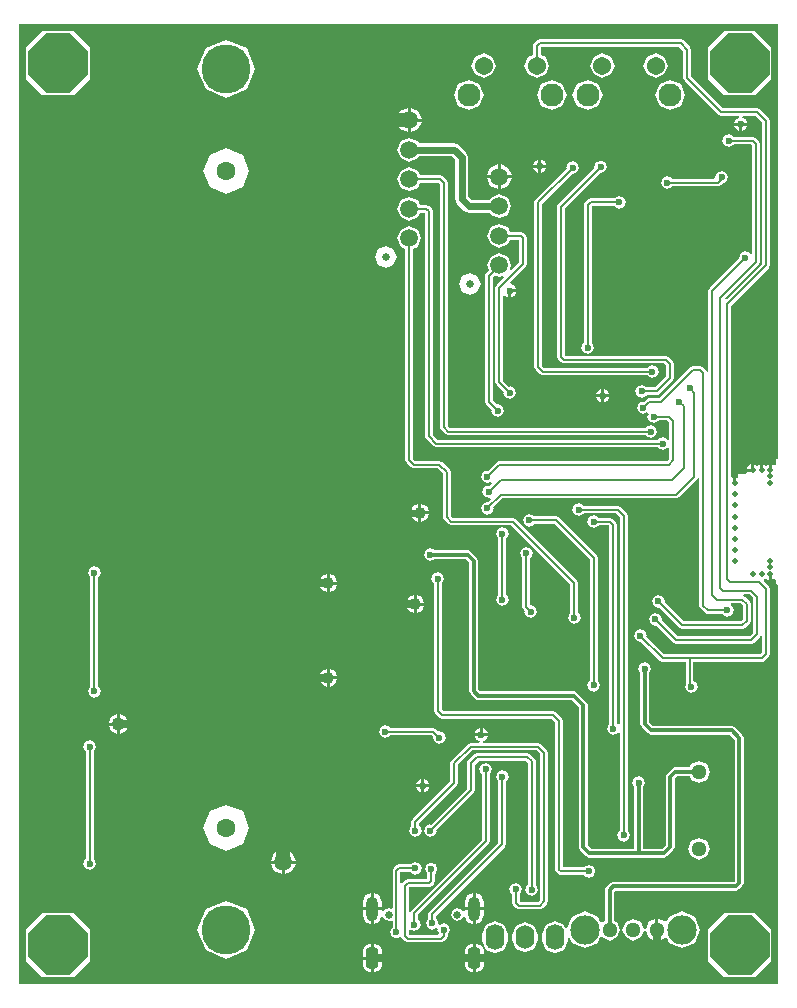
<source format=gbl>
G04*
G04 #@! TF.GenerationSoftware,Altium Limited,Altium Designer,18.0.7 (293)*
G04*
G04 Layer_Physical_Order=2*
G04 Layer_Color=16711680*
%FSTAX24Y24*%
%MOIN*%
G70*
G01*
G75*
%ADD11C,0.0079*%
%ADD110C,0.0236*%
%ADD111C,0.0118*%
%ADD112C,0.0276*%
%ADD113C,0.0472*%
%ADD116C,0.0512*%
%ADD117C,0.0630*%
%ADD118C,0.1636*%
%ADD119C,0.0256*%
%ADD120C,0.0591*%
%ADD121C,0.0606*%
%ADD122C,0.0768*%
%ADD123O,0.0394X0.0827*%
G04:AMPARAMS|DCode=124|XSize=70.9mil|YSize=39.4mil|CornerRadius=9.8mil|HoleSize=0mil|Usage=FLASHONLY|Rotation=90.000|XOffset=0mil|YOffset=0mil|HoleType=Round|Shape=RoundedRectangle|*
%AMROUNDEDRECTD124*
21,1,0.0709,0.0197,0,0,90.0*
21,1,0.0512,0.0394,0,0,90.0*
1,1,0.0197,0.0098,0.0256*
1,1,0.0197,0.0098,-0.0256*
1,1,0.0197,-0.0098,-0.0256*
1,1,0.0197,-0.0098,0.0256*
%
%ADD124ROUNDEDRECTD124*%
%ADD125O,0.0630X0.0866*%
%ADD127C,0.0978*%
%ADD128P,0.2131X8X292.5*%
%ADD129P,0.2131X8X202.5*%
%ADD130C,0.0197*%
%ADD131C,0.0276*%
%ADD132C,0.0236*%
%ADD133C,0.0394*%
%ADD134C,0.0433*%
%ADD135O,0.0630X0.0787*%
G36*
X035451Y02763D02*
X035378Y02763D01*
Y02745D01*
X035319Y027424D01*
X035231Y02746D01*
Y027266D01*
X035131D01*
Y02746D01*
X035036Y027421D01*
X034941Y02746D01*
Y027266D01*
X034841D01*
Y02746D01*
X034745Y027421D01*
X03465Y02746D01*
Y027266D01*
X0346D01*
Y027216D01*
X034406D01*
X034414Y027197D01*
X034381Y027148D01*
X034118Y027148D01*
Y027052D01*
X034069Y027019D01*
X03405Y027027D01*
Y026833D01*
X03395D01*
Y027027D01*
X033927Y027018D01*
X033878Y02705D01*
Y032747D01*
X03514Y03401D01*
X035178Y0341D01*
Y0389D01*
X03514Y03899D01*
X03484Y03929D01*
X03475Y039328D01*
X033603D01*
X032545Y040386D01*
Y041283D01*
X032507Y041373D01*
X03229Y04159D01*
X0322Y041628D01*
X0275D01*
X02741Y04159D01*
X02731Y04149D01*
X027272Y0414D01*
Y04111D01*
X027108Y041042D01*
X026987Y04075D01*
X027108Y040458D01*
X0274Y040337D01*
X027692Y040458D01*
X027813Y04075D01*
X027692Y041042D01*
X027528Y04111D01*
Y041347D01*
X027553Y041372D01*
X032147D01*
X032289Y04123D01*
Y040333D01*
X032327Y040243D01*
X03346Y03911D01*
X03355Y039072D01*
X034133D01*
X034145Y039013D01*
X034033Y038967D01*
X033985Y03885D01*
X034415D01*
X034367Y038967D01*
X034255Y039013D01*
X034267Y039072D01*
X034697D01*
X034922Y038847D01*
Y034153D01*
X033734Y032965D01*
X03367Y032985D01*
X03367Y032989D01*
X03479Y03411D01*
X034828Y0342D01*
Y03815D01*
X03479Y03824D01*
X03469Y03834D01*
X0346Y038378D01*
X03396D01*
X033951Y038401D01*
X0338Y038463D01*
X033649Y038401D01*
X033587Y03825D01*
X033649Y038099D01*
X0338Y038037D01*
X033951Y038099D01*
X03396Y038122D01*
X034547D01*
X034572Y038097D01*
Y034482D01*
X034513Y034471D01*
X034501Y034501D01*
X03435Y034563D01*
X034199Y034501D01*
X034137Y03435D01*
X034146Y034327D01*
X03316Y03334D01*
X033122Y03325D01*
Y030547D01*
X033063Y030536D01*
X03304Y03059D01*
X03294Y03069D01*
X03285Y030728D01*
X0326D01*
X03251Y03069D01*
X031497Y029678D01*
X03115D01*
X03106Y02964D01*
X030973Y029554D01*
X03095Y029563D01*
X030799Y029501D01*
X030737Y02935D01*
X030799Y029199D01*
X03095Y029137D01*
X031082Y029191D01*
X031128Y02915D01*
X031087Y02905D01*
X031149Y028899D01*
X0313Y028837D01*
X031451Y028899D01*
X03146Y028922D01*
X031747D01*
X031822Y028847D01*
Y028282D01*
X031763Y028271D01*
X031751Y028301D01*
X0316Y028363D01*
X031449Y028301D01*
X03144Y028278D01*
X024103D01*
X023928Y028453D01*
Y0359D01*
X02389Y03599D01*
X023809Y036072D01*
X023719Y036109D01*
X023502D01*
X023436Y036268D01*
X02315Y036386D01*
X022864Y036268D01*
X022745Y035982D01*
X022864Y035695D01*
X02315Y035577D01*
X023436Y035695D01*
X023502Y035854D01*
X023666D01*
X023672Y035847D01*
Y0284D01*
X02371Y02831D01*
X02396Y02806D01*
X02405Y028022D01*
X03144D01*
X031449Y027999D01*
X0316Y027937D01*
X031751Y027999D01*
X031763Y028029D01*
X031822Y028018D01*
Y027653D01*
X031747Y027578D01*
X02615D01*
X02606Y02754D01*
X025773Y027254D01*
X02575Y027263D01*
X025599Y027201D01*
X025537Y02705D01*
X025599Y026899D01*
X02575Y026837D01*
X025874Y026888D01*
X025907Y026838D01*
X025823Y026754D01*
X0258Y026763D01*
X025649Y026701D01*
X025587Y02655D01*
X025649Y026399D01*
X0258Y026337D01*
X025839Y026353D01*
X025872Y026303D01*
X025773Y026204D01*
X02575Y026213D01*
X025599Y026151D01*
X025537Y026D01*
X025599Y025849D01*
X02575Y025787D01*
X025901Y025849D01*
X025963Y026D01*
X025954Y026023D01*
X026253Y026322D01*
X03205D01*
X03214Y02636D01*
X03274Y02696D01*
X032763Y027014D01*
X032822Y027003D01*
Y02275D01*
X03286Y02266D01*
X03301Y02251D01*
X0331Y022472D01*
X03359D01*
X033599Y022449D01*
X03375Y022387D01*
X033901Y022449D01*
X033963Y0226D01*
X033901Y022751D01*
X033871Y022763D01*
X033882Y022822D01*
X034197D01*
X034272Y022747D01*
Y022303D01*
X034197Y022228D01*
X032303D01*
X031654Y022877D01*
X031663Y0229D01*
X031601Y023051D01*
X03145Y023113D01*
X031299Y023051D01*
X031237Y0229D01*
X031299Y022749D01*
X03145Y022687D01*
X031473Y022696D01*
X03216Y02201D01*
X03225Y021972D01*
X03425D01*
X03434Y02201D01*
X03449Y02216D01*
X034528Y02225D01*
Y0228D01*
X03449Y02289D01*
X03434Y02304D01*
X034286Y023063D01*
X034297Y023122D01*
X034497D01*
X034622Y022997D01*
Y021853D01*
X034497Y021728D01*
X032103D01*
X031554Y022277D01*
X031563Y0223D01*
X031501Y022451D01*
X03135Y022513D01*
X031199Y022451D01*
X031137Y0223D01*
X031199Y022149D01*
X03135Y022087D01*
X031373Y022096D01*
X03196Y02151D01*
X03205Y021472D01*
X03455D01*
X03464Y02151D01*
X03484Y02171D01*
X034863Y021764D01*
X034922Y021753D01*
Y021203D01*
X034847Y021128D01*
X031653D01*
X031054Y021727D01*
X031063Y02175D01*
X031001Y021901D01*
X03085Y021963D01*
X030699Y021901D01*
X030637Y02175D01*
X030699Y021599D01*
X03085Y021537D01*
X030873Y021546D01*
X03151Y02091D01*
X0316Y020872D01*
X032366D01*
Y020121D01*
X032337Y02005D01*
X032399Y019899D01*
X03255Y019837D01*
X032701Y019899D01*
X032763Y02005D01*
X032701Y020201D01*
X032622Y020233D01*
Y020872D01*
X0349D01*
X03499Y02091D01*
X03514Y02106D01*
X035178Y02115D01*
Y0233D01*
X03514Y02339D01*
X034966Y023565D01*
X034977Y023623D01*
X035036Y023647D01*
X035131Y023608D01*
Y023802D01*
X035231D01*
Y023608D01*
X035319Y023644D01*
X035378Y023617D01*
X035378Y023477D01*
X035409Y023477D01*
X035451Y023435D01*
Y010139D01*
X010139D01*
Y042144D01*
X035451D01*
Y02763D01*
D02*
G37*
%LPC*%
G36*
X031356Y041163D02*
X031064Y041042D01*
X030943Y04075D01*
X031064Y040458D01*
X031356Y040337D01*
X031648Y040458D01*
X031769Y04075D01*
X031648Y041042D01*
X031356Y041163D01*
D02*
G37*
G36*
X029584D02*
X029292Y041042D01*
X029171Y04075D01*
X029292Y040458D01*
X029584Y040337D01*
X029877Y040458D01*
X029998Y04075D01*
X029877Y041042D01*
X029584Y041163D01*
D02*
G37*
G36*
X025628D02*
X025336Y041042D01*
X025215Y04075D01*
X025336Y040458D01*
X025628Y040337D01*
X025921Y040458D01*
X026042Y04075D01*
X025921Y041042D01*
X025628Y041163D01*
D02*
G37*
G36*
X034689Y041913D02*
X033626D01*
X033094Y041382D01*
Y040318D01*
X033626Y039787D01*
X034689D01*
X03522Y040318D01*
Y041382D01*
X034689Y041913D01*
D02*
G37*
G36*
X011965D02*
X010902D01*
X01037Y041382D01*
Y040318D01*
X010902Y039787D01*
X011965D01*
X012496Y040318D01*
Y041382D01*
X011965Y041913D01*
D02*
G37*
G36*
X01705Y041618D02*
X016364Y041334D01*
X016079Y040647D01*
X016364Y039961D01*
X01705Y039677D01*
X017736Y039961D01*
X018021Y040647D01*
X017736Y041334D01*
X01705Y041618D01*
D02*
G37*
G36*
X03185Y04027D02*
X031496Y040124D01*
X031349Y03977D01*
X031496Y039416D01*
X03185Y039269D01*
X032204Y039416D01*
X032351Y03977D01*
X032204Y040124D01*
X03185Y04027D01*
D02*
G37*
G36*
X02909D02*
X028736Y040124D01*
X028589Y03977D01*
X028736Y039416D01*
X02909Y039269D01*
X029444Y039416D01*
X029591Y03977D01*
X029444Y040124D01*
X02909Y04027D01*
D02*
G37*
G36*
X027894D02*
X02754Y040124D01*
X027393Y03977D01*
X02754Y039416D01*
X027894Y039269D01*
X028248Y039416D01*
X028395Y03977D01*
X028248Y040124D01*
X027894Y04027D01*
D02*
G37*
G36*
X025134D02*
X02478Y040124D01*
X024634Y03977D01*
X02478Y039416D01*
X025134Y039269D01*
X025488Y039416D01*
X025635Y03977D01*
X025488Y040124D01*
X025134Y04027D01*
D02*
G37*
G36*
X0232Y039341D02*
Y038984D01*
X023557D01*
X023453Y039237D01*
X0232Y039341D01*
D02*
G37*
G36*
X0231D02*
X022847Y039237D01*
X022743Y038984D01*
X0231D01*
Y039341D01*
D02*
G37*
G36*
X034415Y03875D02*
X03425D01*
Y038585D01*
X034367Y038633D01*
X034415Y03875D01*
D02*
G37*
G36*
X03415D02*
X033985D01*
X034033Y038633D01*
X03415Y038585D01*
Y03875D01*
D02*
G37*
G36*
X023557Y038884D02*
X0232D01*
Y038527D01*
X023453Y038632D01*
X023557Y038884D01*
D02*
G37*
G36*
X0231D02*
X022743D01*
X022847Y038632D01*
X0231Y038527D01*
Y038884D01*
D02*
G37*
G36*
X02755Y037615D02*
Y03745D01*
X027715D01*
X027667Y037567D01*
X02755Y037615D01*
D02*
G37*
G36*
X02745D02*
X027333Y037567D01*
X027285Y03745D01*
X02745D01*
Y037615D01*
D02*
G37*
G36*
X027715Y03735D02*
X02755D01*
Y037185D01*
X027667Y037233D01*
X027715Y03735D01*
D02*
G37*
G36*
X02745D02*
X027285D01*
X027333Y037233D01*
X02745Y037185D01*
Y03735D01*
D02*
G37*
G36*
X029525Y037588D02*
X029375Y037526D01*
X029312Y037375D01*
X029322Y037352D01*
X02811Y03614D01*
X028072Y03605D01*
Y03105D01*
X02811Y03096D01*
X02821Y03086D01*
X0283Y030822D01*
X031647D01*
X031722Y030747D01*
Y030403D01*
X031347Y030028D01*
X03106D01*
X031051Y030051D01*
X0309Y030113D01*
X030749Y030051D01*
X030687Y0299D01*
X030749Y029749D01*
X0309Y029687D01*
X031051Y029749D01*
X03106Y029772D01*
X0314D01*
X03149Y02981D01*
X03194Y03026D01*
X031978Y03035D01*
Y0308D01*
X03194Y03089D01*
X03179Y03104D01*
X0317Y031078D01*
X028353D01*
X028328Y031103D01*
Y035997D01*
X029502Y037172D01*
X029525Y037162D01*
X029676Y037225D01*
X029738Y037375D01*
X029676Y037526D01*
X029525Y037588D01*
D02*
G37*
G36*
X0286Y037563D02*
X028449Y037501D01*
X028387Y03735D01*
X028396Y037327D01*
X02736Y03629D01*
X027322Y0362D01*
Y0307D01*
X02736Y03061D01*
X02751Y03046D01*
X0276Y030422D01*
X03109D01*
X031099Y030399D01*
X03125Y030337D01*
X031401Y030399D01*
X031463Y03055D01*
X031401Y030701D01*
X03125Y030763D01*
X031099Y030701D01*
X03109Y030678D01*
X027653D01*
X027578Y030753D01*
Y036147D01*
X028577Y037146D01*
X0286Y037137D01*
X028751Y037199D01*
X028813Y03735D01*
X028751Y037501D01*
X0286Y037563D01*
D02*
G37*
G36*
X0262Y037457D02*
Y0371D01*
X026557D01*
X026453Y037353D01*
X0262Y037457D01*
D02*
G37*
G36*
X0261D02*
X025847Y037353D01*
X025743Y0371D01*
X0261D01*
Y037457D01*
D02*
G37*
G36*
X033565Y037248D02*
X033414Y037186D01*
X033352Y037035D01*
X033355Y037027D01*
X033322Y036978D01*
X03191D01*
X031901Y037001D01*
X03175Y037063D01*
X031599Y037001D01*
X031537Y03685D01*
X031599Y036699D01*
X03175Y036637D01*
X031901Y036699D01*
X03191Y036722D01*
X03345D01*
X03354Y03676D01*
X03363Y036849D01*
X033716Y036884D01*
X033778Y037035D01*
X033716Y037186D01*
X033565Y037248D01*
D02*
G37*
G36*
X026557Y037D02*
X0262D01*
Y036643D01*
X026453Y036747D01*
X026557Y037D01*
D02*
G37*
G36*
X0261D02*
X025743D01*
X025847Y036747D01*
X0261Y036643D01*
Y037D01*
D02*
G37*
G36*
X01705Y038011D02*
X016508Y037786D01*
X016283Y037244D01*
X016508Y036701D01*
X01705Y036477D01*
X017592Y036701D01*
X017817Y037244D01*
X017592Y037786D01*
X01705Y038011D01*
D02*
G37*
G36*
X03015Y036413D02*
X029999Y036351D01*
X02999Y036328D01*
X0292D01*
X02911Y03629D01*
X02901Y03619D01*
X028972Y0361D01*
Y03151D01*
X028949Y031501D01*
X028887Y03135D01*
X028949Y031199D01*
X0291Y031137D01*
X029251Y031199D01*
X029313Y03135D01*
X029251Y031501D01*
X029228Y03151D01*
Y036047D01*
X029253Y036072D01*
X02999D01*
X029999Y036049D01*
X03015Y035987D01*
X030301Y036049D01*
X030363Y0362D01*
X030301Y036351D01*
X03015Y036413D01*
D02*
G37*
G36*
X02315Y038355D02*
X022864Y038236D01*
X022745Y03795D01*
X022864Y037664D01*
X02315Y037545D01*
X023436Y037664D01*
X023467Y037737D01*
X024562D01*
X024687Y037612D01*
Y0363D01*
X024687Y0363D01*
X024749Y036149D01*
X024984Y035915D01*
X024984Y035915D01*
X025134Y035853D01*
X025134Y035853D01*
X025833D01*
X025864Y035779D01*
X02615Y035661D01*
X026436Y035779D01*
X026555Y036066D01*
X026436Y036352D01*
X02615Y036471D01*
X025864Y036352D01*
X025833Y036279D01*
X025223D01*
X025113Y036388D01*
Y0377D01*
X025051Y037851D01*
X025051Y037851D01*
X024801Y038101D01*
X02465Y038163D01*
X02465Y038163D01*
X023467D01*
X023436Y038236D01*
X02315Y038355D01*
D02*
G37*
G36*
X022363Y03473D02*
X022106Y034623D01*
X022Y034367D01*
X022106Y034111D01*
X022363Y034005D01*
X022619Y034111D01*
X022725Y034367D01*
X022619Y034623D01*
X022363Y03473D01*
D02*
G37*
G36*
X02615Y035486D02*
X025864Y035368D01*
X025745Y035082D01*
X025864Y034795D01*
X02615Y034677D01*
X026436Y034795D01*
X026502Y034954D01*
X026816D01*
X026822Y034947D01*
Y034203D01*
X026548Y033928D01*
X026498Y033961D01*
X026555Y034097D01*
X026436Y034383D01*
X02615Y034502D01*
X025864Y034383D01*
X025745Y034097D01*
X025811Y033939D01*
X02571Y033838D01*
X025672Y033747D01*
Y02955D01*
X02571Y02946D01*
X025896Y029273D01*
X025887Y02925D01*
X025949Y029099D01*
X0261Y029037D01*
X026251Y029099D01*
X026313Y02925D01*
X026251Y029401D01*
X0261Y029463D01*
X026077Y029454D01*
X025928Y029603D01*
Y033694D01*
X025992Y033758D01*
X02615Y033692D01*
X026286Y033749D01*
X026319Y0337D01*
X02606Y03344D01*
X026022Y03335D01*
Y0302D01*
X02606Y03011D01*
X026296Y029873D01*
X026287Y02985D01*
X026349Y029699D01*
X0265Y029637D01*
X026651Y029699D01*
X026713Y02985D01*
X026651Y030001D01*
X0265Y030063D01*
X026477Y030054D01*
X026278Y030253D01*
Y033072D01*
X026333Y033083D01*
X02645Y033035D01*
Y03325D01*
X0265D01*
Y0333D01*
X026715D01*
X026667Y033417D01*
X026536Y033471D01*
X026521Y033541D01*
X02704Y03406D01*
X027078Y03415D01*
Y035D01*
X02704Y03509D01*
X026959Y035172D01*
X026869Y035209D01*
X026502D01*
X026436Y035368D01*
X02615Y035486D01*
D02*
G37*
G36*
X025166Y03383D02*
X02491Y033723D01*
X024804Y033467D01*
X02491Y033211D01*
X025166Y033105D01*
X025422Y033211D01*
X025528Y033467D01*
X025422Y033723D01*
X025166Y03383D01*
D02*
G37*
G36*
X026715Y0332D02*
X02655D01*
Y033035D01*
X026667Y033083D01*
X026715Y0332D01*
D02*
G37*
G36*
X02965Y029965D02*
Y0298D01*
X029815D01*
X029767Y029917D01*
X02965Y029965D01*
D02*
G37*
G36*
X02955D02*
X029433Y029917D01*
X029385Y0298D01*
X02955D01*
Y029965D01*
D02*
G37*
G36*
X029815Y0297D02*
X02965D01*
Y029535D01*
X029767Y029583D01*
X029815Y0297D01*
D02*
G37*
G36*
X02955D02*
X029385D01*
X029433Y029583D01*
X02955Y029535D01*
Y0297D01*
D02*
G37*
G36*
X02315Y037371D02*
X022864Y037252D01*
X022745Y036966D01*
X022864Y036679D01*
X02315Y036561D01*
X023436Y036679D01*
X023502Y036838D01*
X024131D01*
X024172Y036797D01*
Y0287D01*
X02421Y02861D01*
X02436Y02846D01*
X02445Y028422D01*
X03104D01*
X031049Y028399D01*
X0312Y028337D01*
X031351Y028399D01*
X031413Y02855D01*
X031351Y028701D01*
X0312Y028763D01*
X031049Y028701D01*
X03104Y028678D01*
X024503D01*
X024428Y028753D01*
Y03685D01*
X02439Y03694D01*
X024275Y037056D01*
X024184Y037094D01*
X023502D01*
X023436Y037252D01*
X02315Y037371D01*
D02*
G37*
G36*
X03455Y02746D02*
X034448Y027418D01*
X034406Y027316D01*
X03455D01*
Y02746D01*
D02*
G37*
G36*
X02355Y026151D02*
Y0259D01*
X023801D01*
X023727Y026077D01*
X02355Y026151D01*
D02*
G37*
G36*
X02345D02*
X023273Y026077D01*
X023199Y0259D01*
X02345D01*
Y026151D01*
D02*
G37*
G36*
X023801Y0258D02*
X02355D01*
Y025549D01*
X023727Y025623D01*
X023801Y0258D01*
D02*
G37*
G36*
X02345D02*
X023199D01*
X023273Y025623D01*
X02345Y025549D01*
Y0258D01*
D02*
G37*
G36*
X0205Y023801D02*
Y02355D01*
X020751D01*
X020677Y023727D01*
X0205Y023801D01*
D02*
G37*
G36*
X0204D02*
X020223Y023727D01*
X020149Y02355D01*
X0204D01*
Y023801D01*
D02*
G37*
G36*
X020751Y02345D02*
X0205D01*
Y023199D01*
X020677Y023273D01*
X020751Y02345D01*
D02*
G37*
G36*
X0204D02*
X020149D01*
X020223Y023273D01*
X0204Y023199D01*
Y02345D01*
D02*
G37*
G36*
X0234Y023101D02*
Y02285D01*
X023651D01*
X023577Y023027D01*
X0234Y023101D01*
D02*
G37*
G36*
X0233D02*
X023123Y023027D01*
X023049Y02285D01*
X0233D01*
Y023101D01*
D02*
G37*
G36*
X02625Y025363D02*
X026099Y025301D01*
X026037Y02515D01*
X026099Y024999D01*
X026122Y02499D01*
Y02311D01*
X026099Y023101D01*
X026037Y02295D01*
X026099Y022799D01*
X02625Y022737D01*
X026401Y022799D01*
X026463Y02295D01*
X026401Y023101D01*
X026378Y02311D01*
Y02499D01*
X026401Y024999D01*
X026463Y02515D01*
X026401Y025301D01*
X02625Y025363D01*
D02*
G37*
G36*
X023651Y02275D02*
X0234D01*
Y022499D01*
X023577Y022573D01*
X023651Y02275D01*
D02*
G37*
G36*
X0233D02*
X023049D01*
X023123Y022573D01*
X0233Y022499D01*
Y02275D01*
D02*
G37*
G36*
X02705Y024713D02*
X026899Y024651D01*
X026837Y0245D01*
X026899Y024349D01*
X026922Y02434D01*
Y0227D01*
X02696Y02261D01*
X026996Y022573D01*
X026987Y02255D01*
X027049Y022399D01*
X0272Y022337D01*
X027351Y022399D01*
X027413Y02255D01*
X027351Y022701D01*
X0272Y022763D01*
X027178Y022778D01*
Y02434D01*
X027201Y024349D01*
X027263Y0245D01*
X027201Y024651D01*
X02705Y024713D01*
D02*
G37*
G36*
X02315Y035402D02*
X022864Y035284D01*
X022745Y034997D01*
X022864Y034711D01*
X023022Y034645D01*
Y0276D01*
X02306Y02751D01*
X02321Y02736D01*
X0233Y027322D01*
X024097D01*
X024272Y027147D01*
Y0257D01*
X02431Y02561D01*
X02446Y02546D01*
X02455Y025422D01*
X026547D01*
X028522Y023447D01*
Y02251D01*
X028499Y022501D01*
X028437Y02235D01*
X028499Y022199D01*
X02865Y022137D01*
X028801Y022199D01*
X028863Y02235D01*
X028801Y022501D01*
X028778Y02251D01*
Y0235D01*
X02874Y02359D01*
X02669Y02564D01*
X0266Y025678D01*
X024603D01*
X024528Y025753D01*
Y0272D01*
X02449Y02729D01*
X02424Y02754D01*
X02415Y027578D01*
X023353D01*
X023278Y027653D01*
Y034645D01*
X023436Y034711D01*
X023555Y034997D01*
X023436Y035284D01*
X02315Y035402D01*
D02*
G37*
G36*
X0205Y020651D02*
Y0204D01*
X020751D01*
X020677Y020577D01*
X0205Y020651D01*
D02*
G37*
G36*
X0204D02*
X020223Y020577D01*
X020149Y0204D01*
X0204D01*
Y020651D01*
D02*
G37*
G36*
X020751Y0203D02*
X0205D01*
Y020049D01*
X020677Y020123D01*
X020751Y0203D01*
D02*
G37*
G36*
X0204D02*
X020149D01*
X020223Y020123D01*
X0204Y020049D01*
Y0203D01*
D02*
G37*
G36*
X02715Y025813D02*
X026999Y025751D01*
X026937Y0256D01*
X026999Y025449D01*
X02715Y025387D01*
X027301Y025449D01*
X02731Y025472D01*
X027997D01*
X029172Y024297D01*
Y02026D01*
X029149Y020251D01*
X029087Y0201D01*
X029149Y019949D01*
X0293Y019887D01*
X029451Y019949D01*
X029513Y0201D01*
X029451Y020251D01*
X029428Y02026D01*
Y02435D01*
X02939Y02444D01*
X02814Y02569D01*
X02805Y025728D01*
X02731D01*
X027301Y025751D01*
X02715Y025813D01*
D02*
G37*
G36*
X01265Y024063D02*
X012499Y024001D01*
X012437Y02385D01*
X012499Y023699D01*
X012522Y02369D01*
Y02006D01*
X012499Y020051D01*
X012437Y0199D01*
X012499Y019749D01*
X01265Y019687D01*
X012801Y019749D01*
X012863Y0199D01*
X012801Y020051D01*
X012778Y02006D01*
Y02369D01*
X012801Y023699D01*
X012863Y02385D01*
X012801Y024001D01*
X01265Y024063D01*
D02*
G37*
G36*
X0135Y019122D02*
Y01885D01*
X013772D01*
X013692Y019042D01*
X0135Y019122D01*
D02*
G37*
G36*
X0134D02*
X013208Y019042D01*
X013128Y01885D01*
X0134D01*
Y019122D01*
D02*
G37*
G36*
X0288Y026163D02*
X028649Y026101D01*
X028587Y02595D01*
X028649Y025799D01*
X0288Y025737D01*
X028951Y025799D01*
X02896Y025822D01*
X030047D01*
X030172Y025697D01*
Y018792D01*
X030115Y018778D01*
X030107Y018786D01*
X030101Y018801D01*
X030083Y018808D01*
X030078Y018813D01*
Y02545D01*
X03004Y02554D01*
X02994Y02564D01*
X02985Y025678D01*
X02946D01*
X029451Y025701D01*
X0293Y025763D01*
X029149Y025701D01*
X029087Y02555D01*
X029149Y025399D01*
X0293Y025337D01*
X029451Y025399D01*
X02946Y025422D01*
X029797D01*
X029822Y025397D01*
Y01881D01*
X029799Y018801D01*
X029737Y01865D01*
X029799Y018499D01*
X02995Y018437D01*
X030101Y018499D01*
X030113Y018529D01*
X030172Y018518D01*
Y01526D01*
X030149Y015251D01*
X030087Y0151D01*
X030149Y014949D01*
X0303Y014887D01*
X030451Y014949D01*
X030513Y0151D01*
X030451Y015251D01*
X030428Y01526D01*
Y02575D01*
X03039Y02584D01*
X03019Y02604D01*
X0301Y026078D01*
X02896D01*
X028951Y026101D01*
X0288Y026163D01*
D02*
G37*
G36*
X0256Y018665D02*
Y0185D01*
X025765D01*
X025717Y018617D01*
X0256Y018665D01*
D02*
G37*
G36*
X0255D02*
X025383Y018617D01*
X025335Y0185D01*
X0255D01*
Y018665D01*
D02*
G37*
G36*
X013772Y01875D02*
X0135D01*
Y018478D01*
X013692Y018558D01*
X013772Y01875D01*
D02*
G37*
G36*
X0134D02*
X013128D01*
X013208Y018558D01*
X0134Y018478D01*
Y01875D01*
D02*
G37*
G36*
X02235Y018763D02*
X022199Y018701D01*
X022137Y01855D01*
X022199Y018399D01*
X02235Y018337D01*
X022501Y018399D01*
X02251Y018422D01*
X023897D01*
X023946Y018373D01*
X023937Y01835D01*
X023999Y018199D01*
X02415Y018137D01*
X024301Y018199D01*
X024363Y01835D01*
X024301Y018501D01*
X02415Y018563D01*
X024127Y018554D01*
X02404Y01864D01*
X02395Y018678D01*
X02251D01*
X022501Y018701D01*
X02235Y018763D01*
D02*
G37*
G36*
X02385Y024663D02*
X023699Y024601D01*
X023637Y02445D01*
X023699Y024299D01*
X02385Y024237D01*
X024001Y024299D01*
X024001Y024301D01*
X025038D01*
X025151Y024188D01*
Y0199D01*
X025151Y0199D01*
X025195Y019795D01*
X025345Y019645D01*
X02545Y019601D01*
X02545Y019601D01*
X028588D01*
X028801Y019388D01*
Y0147D01*
X028801Y0147D01*
X028845Y014595D01*
X029045Y014395D01*
X029045Y014395D01*
X02915Y014351D01*
X02915Y014351D01*
X03165D01*
X03165Y014351D01*
X031755Y014395D01*
X031955Y014595D01*
X031955Y014595D01*
X031999Y0147D01*
X031999Y0147D01*
Y016988D01*
X032071Y01706D01*
X0325D01*
X032544Y016953D01*
X0328Y016847D01*
X033056Y016953D01*
X033162Y017209D01*
X033056Y017465D01*
X0328Y017571D01*
X032544Y017465D01*
X0325Y017358D01*
X032009D01*
X032009Y017358D01*
X031904Y017315D01*
X031904Y017315D01*
X031745Y017155D01*
X031701Y01705D01*
X031701Y01705D01*
Y014762D01*
X031588Y014649D01*
X030949D01*
Y016699D01*
X030951Y016699D01*
X031013Y01685D01*
X030951Y017001D01*
X0308Y017063D01*
X030649Y017001D01*
X030587Y01685D01*
X030649Y016699D01*
X030651Y016699D01*
Y014649D01*
X029212D01*
X029099Y014762D01*
Y01945D01*
X029099Y01945D01*
X029055Y019555D01*
X028755Y019855D01*
X02865Y019899D01*
X02865Y019899D01*
X025512D01*
X025449Y019962D01*
Y02425D01*
X025449Y02425D01*
X025405Y024355D01*
X025405Y024355D01*
X025205Y024555D01*
X0251Y024599D01*
X0251Y024599D01*
X024001D01*
X024001Y024601D01*
X02385Y024663D01*
D02*
G37*
G36*
X02365Y016965D02*
Y0168D01*
X023815D01*
X023767Y016917D01*
X02365Y016965D01*
D02*
G37*
G36*
X02355D02*
X023433Y016917D01*
X023385Y0168D01*
X02355D01*
Y016965D01*
D02*
G37*
G36*
X023815Y0167D02*
X02365D01*
Y016535D01*
X023767Y016583D01*
X023815Y0167D01*
D02*
G37*
G36*
X02355D02*
X023385D01*
X023433Y016583D01*
X02355Y016535D01*
Y0167D01*
D02*
G37*
G36*
X01705Y016117D02*
X016508Y015892D01*
X016283Y01535D01*
X016508Y014808D01*
X01705Y014583D01*
X017592Y014808D01*
X017817Y01535D01*
X017592Y015892D01*
X01705Y016117D01*
D02*
G37*
G36*
X0328Y015012D02*
X032544Y014906D01*
X032438Y01465D01*
X032544Y014394D01*
X0328Y014288D01*
X033056Y014394D01*
X033162Y01465D01*
X033056Y014906D01*
X0328Y015012D01*
D02*
G37*
G36*
X019Y014607D02*
Y01425D01*
X019357D01*
X019253Y014503D01*
X019Y014607D01*
D02*
G37*
G36*
X0189D02*
X018647Y014503D01*
X018543Y01425D01*
X0189D01*
Y014607D01*
D02*
G37*
G36*
X0125Y018263D02*
X012349Y018201D01*
X012287Y01805D01*
X012349Y017899D01*
X012372Y01789D01*
Y01431D01*
X012349Y014301D01*
X012287Y01415D01*
X012349Y013999D01*
X0125Y013937D01*
X012651Y013999D01*
X012713Y01415D01*
X012651Y014301D01*
X012628Y01431D01*
Y01789D01*
X012651Y017899D01*
X012713Y01805D01*
X012651Y018201D01*
X0125Y018263D01*
D02*
G37*
G36*
X019357Y01415D02*
X019D01*
Y013793D01*
X019253Y013897D01*
X019357Y01415D01*
D02*
G37*
G36*
X0189D02*
X018543D01*
X018647Y013897D01*
X0189Y013793D01*
Y01415D01*
D02*
G37*
G36*
X0241Y023863D02*
X023949Y023801D01*
X023887Y02365D01*
X023949Y023499D01*
X023972Y02349D01*
Y01925D01*
X02401Y01916D01*
X02416Y01901D01*
X02425Y018972D01*
X027897D01*
X028022Y018847D01*
Y01395D01*
X02806Y01386D01*
X02811Y01381D01*
X0282Y013772D01*
X02898D01*
X028989Y013749D01*
X02914Y013687D01*
X029291Y013749D01*
X029353Y0139D01*
X029291Y014051D01*
X02914Y014113D01*
X028989Y014051D01*
X02898Y014028D01*
X028278D01*
Y0189D01*
X02824Y01899D01*
X02804Y01919D01*
X02795Y019228D01*
X024303D01*
X024228Y019303D01*
Y02349D01*
X024251Y023499D01*
X024313Y02365D01*
X024251Y023801D01*
X0241Y023863D01*
D02*
G37*
G36*
X031Y020863D02*
X030849Y020801D01*
X030787Y02065D01*
X030849Y020499D01*
X030851Y020499D01*
Y0188D01*
X030851Y0188D01*
X030895Y018695D01*
X031095Y018495D01*
X031095Y018495D01*
X0312Y018451D01*
X0312Y018451D01*
X033838D01*
X034001Y018288D01*
Y013562D01*
X033988Y013549D01*
X02995D01*
X02995Y013549D01*
X029845Y013505D01*
X029845Y013505D01*
X02972Y013381D01*
X029676Y013275D01*
X029676Y013275D01*
Y01225D01*
X02957Y012207D01*
X029557Y012202D01*
X029508D01*
X029433Y012384D01*
X028998Y012564D01*
X028564Y012384D01*
X02841Y012012D01*
X028346D01*
X028301Y012119D01*
X028Y012244D01*
X027699Y012119D01*
X027574Y011818D01*
Y011582D01*
X027699Y011281D01*
X028Y011156D01*
X028301Y011281D01*
X028426Y011582D01*
Y011694D01*
X028485Y011706D01*
X028564Y011516D01*
X028998Y011336D01*
X029433Y011516D01*
X029508Y011698D01*
X029557D01*
X02957Y011693D01*
X029825Y011588D01*
X030081Y011694D01*
X030187Y01195D01*
X030081Y012206D01*
X029974Y01225D01*
Y013213D01*
X030012Y013251D01*
X03405D01*
X03405Y013251D01*
X034155Y013295D01*
X034255Y013395D01*
X034255Y013395D01*
X034299Y0135D01*
Y01835D01*
X034255Y018455D01*
X034255Y018455D01*
X034005Y018705D01*
X0339Y018749D01*
X0339Y018749D01*
X031262D01*
X031149Y018862D01*
Y020499D01*
X031151Y020499D01*
X031213Y02065D01*
X031151Y020801D01*
X031Y020863D01*
D02*
G37*
G36*
X027085Y017843D02*
X025415D01*
X025324Y017805D01*
X02511Y01759D01*
X025072Y0175D01*
Y016653D01*
X023873Y015454D01*
X02385Y015463D01*
X023699Y015401D01*
X023637Y01525D01*
X023699Y015099D01*
X02385Y015037D01*
X024001Y015099D01*
X024063Y01525D01*
X024054Y015273D01*
X02529Y01651D01*
X025328Y0166D01*
Y017447D01*
X025468Y017587D01*
X027032D01*
X027107Y017512D01*
Y013445D01*
X027084Y013436D01*
X027022Y013285D01*
X027084Y013134D01*
X027235Y013072D01*
X027386Y013134D01*
X027448Y013285D01*
X027386Y013436D01*
X027363Y013445D01*
Y017565D01*
X027326Y017655D01*
X027176Y017805D01*
X027085Y017843D01*
D02*
G37*
G36*
X025765Y0184D02*
X025335D01*
X025383Y018283D01*
X025495Y018237D01*
X025483Y018178D01*
X0252D01*
X02511Y01814D01*
X02456Y01759D01*
X024522Y0175D01*
Y016903D01*
X02326Y01564D01*
X023222Y01555D01*
Y01541D01*
X023199Y015401D01*
X023137Y01525D01*
X023199Y015099D01*
X02335Y015037D01*
X023501Y015099D01*
X023563Y01525D01*
X023501Y015401D01*
X023478Y01541D01*
Y015497D01*
X02474Y01676D01*
X024778Y01685D01*
Y017447D01*
X025253Y017922D01*
X027397D01*
X027522Y017797D01*
Y012953D01*
X027447Y012878D01*
X026853D01*
X026828Y012903D01*
Y01314D01*
X026851Y013149D01*
X026913Y0133D01*
X026851Y013451D01*
X0267Y013513D01*
X026549Y013451D01*
X026487Y0133D01*
X026549Y013149D01*
X026572Y01314D01*
Y01285D01*
X02661Y01276D01*
X02671Y01266D01*
X0268Y012622D01*
X0275D01*
X02759Y01266D01*
X02774Y01281D01*
X027778Y0129D01*
Y01785D01*
X02774Y01794D01*
X02754Y01814D01*
X02745Y018178D01*
X025617D01*
X025605Y018237D01*
X025717Y018283D01*
X025765Y0184D01*
D02*
G37*
G36*
X025363Y013164D02*
Y012697D01*
X025634D01*
Y012863D01*
X02554Y013091D01*
X025363Y013164D01*
D02*
G37*
G36*
X021961D02*
Y012697D01*
X022233D01*
Y012863D01*
X022139Y013091D01*
X021961Y013164D01*
D02*
G37*
G36*
X025263D02*
X025086Y013091D01*
X024992Y012863D01*
Y012697D01*
X025263D01*
Y013164D01*
D02*
G37*
G36*
X021861D02*
X021684Y013091D01*
X02159Y012863D01*
Y012697D01*
X021861D01*
Y013164D01*
D02*
G37*
G36*
X0257Y017513D02*
X025549Y017451D01*
X025487Y0173D01*
X025549Y017149D01*
X025572Y01714D01*
Y014953D01*
X023227Y012607D01*
X023189Y012517D01*
Y012341D01*
X023187Y01234D01*
X023128Y012373D01*
Y013347D01*
X023153Y013372D01*
X0238D01*
X02389Y01341D01*
X023965Y013485D01*
X024003Y013575D01*
Y013815D01*
X024026Y013824D01*
X024088Y013975D01*
X024026Y014126D01*
X023875Y014188D01*
X023724Y014126D01*
X023662Y013975D01*
X023724Y013824D01*
X023747Y013815D01*
Y013628D01*
X023747Y013628D01*
X0231D01*
X02301Y01359D01*
X02291Y01349D01*
X022907Y013485D01*
X022848Y013497D01*
Y013868D01*
X022853Y013872D01*
X02319D01*
X023199Y013849D01*
X02335Y013787D01*
X023501Y013849D01*
X023563Y014D01*
X023501Y014151D01*
X02335Y014213D01*
X023199Y014151D01*
X02319Y014128D01*
X0228D01*
X02271Y01409D01*
X02263Y014011D01*
X022593Y01392D01*
Y012678D01*
X022544Y012645D01*
X022474Y012674D01*
X022316Y012608D01*
X022292Y012549D01*
X022233Y012561D01*
Y012597D01*
X021961D01*
Y01213D01*
X022139Y012203D01*
X022214Y012385D01*
X022278D01*
X022316Y012292D01*
X022474Y012226D01*
X022544Y012255D01*
X022593Y012222D01*
Y012031D01*
X02257Y012021D01*
X022507Y01187D01*
X02257Y01172D01*
X02272Y011657D01*
X022871Y01172D01*
X022885D01*
X02291Y01166D01*
X02301Y01156D01*
X0231Y011522D01*
X0242D01*
X02429Y01156D01*
X02439Y01166D01*
X024428Y01175D01*
Y01179D01*
X024451Y011799D01*
X024513Y01195D01*
X024451Y012101D01*
X0243Y012163D01*
X024163Y012106D01*
X024115Y012143D01*
X024121Y012157D01*
X024058Y012308D01*
X024035Y012318D01*
Y012405D01*
X02634Y01471D01*
X026378Y0148D01*
Y01689D01*
X026401Y016899D01*
X026463Y01705D01*
X026401Y017201D01*
X02625Y017263D01*
X026099Y017201D01*
X026037Y01705D01*
X026099Y016899D01*
X026122Y01689D01*
Y014853D01*
X023817Y012548D01*
X02378Y012457D01*
Y012318D01*
X023757Y012308D01*
X023694Y012157D01*
X023757Y012007D01*
X023907Y011944D01*
X024044Y012001D01*
X024093Y011964D01*
X024087Y01195D01*
X024134Y011837D01*
X024094Y011778D01*
X023153D01*
X023128Y011803D01*
Y011928D01*
X023187Y011958D01*
X023317Y011904D01*
X023468Y011966D01*
X02353Y012117D01*
X023468Y012268D01*
X023445Y012277D01*
Y012464D01*
X02579Y01481D01*
X025828Y0149D01*
Y01714D01*
X025851Y017149D01*
X025913Y0173D01*
X025851Y017451D01*
X0257Y017513D01*
D02*
G37*
G36*
X032227Y012564D02*
X031792Y012384D01*
X031725Y012222D01*
X031672Y012222D01*
X03145Y012315D01*
Y01195D01*
Y011585D01*
X031672Y011678D01*
X031725D01*
X031792Y011516D01*
X032227Y011336D01*
X032661Y011516D01*
X032841Y01195D01*
X032661Y012384D01*
X032227Y012564D01*
D02*
G37*
G36*
X025634Y012597D02*
X025363D01*
Y01213D01*
X02554Y012203D01*
X025634Y01243D01*
Y012597D01*
D02*
G37*
G36*
X02475Y012674D02*
X024592Y012608D01*
X024526Y01245D01*
X024592Y012292D01*
X02475Y012226D01*
X024908Y012292D01*
X024947Y012385D01*
X025011D01*
X025086Y012203D01*
X025263Y01213D01*
Y012597D01*
X024992D01*
Y012561D01*
X024933Y012549D01*
X024908Y012608D01*
X02475Y012674D01*
D02*
G37*
G36*
X021861Y012597D02*
X02159D01*
Y01243D01*
X021684Y012203D01*
X021861Y01213D01*
Y012597D01*
D02*
G37*
G36*
X03135Y012315D02*
X031128Y012222D01*
X031027Y011979D01*
X030963D01*
X030869Y012206D01*
X030613Y012312D01*
X030356Y012206D01*
X03025Y01195D01*
X030356Y011694D01*
X030613Y011588D01*
X030869Y011694D01*
X030963Y011921D01*
X031027D01*
X031128Y011678D01*
X03135Y011585D01*
Y01195D01*
Y012315D01*
D02*
G37*
G36*
X027Y012205D02*
X026699Y01208D01*
X026574Y011779D01*
Y011621D01*
X026699Y01132D01*
X027Y011195D01*
X027301Y01132D01*
X027426Y011621D01*
Y011779D01*
X027301Y01208D01*
X027Y012205D01*
D02*
G37*
G36*
X026Y012244D02*
X025699Y012119D01*
X025574Y011818D01*
Y011582D01*
X025699Y011281D01*
X026Y011156D01*
X026301Y011281D01*
X026426Y011582D01*
Y011818D01*
X026301Y012119D01*
X026Y012244D01*
D02*
G37*
G36*
X025411Y011472D02*
X025363D01*
Y011051D01*
X025626D01*
Y011257D01*
X025563Y011409D01*
X025411Y011472D01*
D02*
G37*
G36*
X02201D02*
X021961D01*
Y011051D01*
X022225D01*
Y011257D01*
X022162Y011409D01*
X02201Y011472D01*
D02*
G37*
G36*
X025263D02*
X025215D01*
X025063Y011409D01*
X025Y011257D01*
Y011051D01*
X025263D01*
Y011472D01*
D02*
G37*
G36*
X021861D02*
X021813D01*
X021661Y011409D01*
X021598Y011257D01*
Y011051D01*
X021861D01*
Y011472D01*
D02*
G37*
G36*
X01705Y012917D02*
X016364Y012633D01*
X016079Y011946D01*
X016364Y01126D01*
X01705Y010976D01*
X017736Y01126D01*
X018021Y011946D01*
X017736Y012633D01*
X01705Y012917D01*
D02*
G37*
G36*
X025626Y010951D02*
X025363D01*
Y010531D01*
X025411D01*
X025563Y010593D01*
X025626Y010745D01*
Y010951D01*
D02*
G37*
G36*
X025263D02*
X025D01*
Y010745D01*
X025063Y010593D01*
X025215Y010531D01*
X025263D01*
Y010951D01*
D02*
G37*
G36*
X022225D02*
X021961D01*
Y010531D01*
X02201D01*
X022162Y010593D01*
X022225Y010745D01*
Y010951D01*
D02*
G37*
G36*
X021861D02*
X021598D01*
Y010745D01*
X021661Y010593D01*
X021813Y010531D01*
X021861D01*
Y010951D01*
D02*
G37*
G36*
X034689Y012496D02*
X033626D01*
X033094Y011965D01*
Y010902D01*
X033626Y01037D01*
X034689D01*
X03522Y010902D01*
Y011965D01*
X034689Y012496D01*
D02*
G37*
G36*
X011965D02*
X010902D01*
X01037Y011965D01*
Y010902D01*
X010902Y01037D01*
X011965D01*
X012496Y010902D01*
Y011965D01*
X011965Y012496D01*
D02*
G37*
%LPD*%
D11*
X03475Y0218D02*
Y02305D01*
X03455Y02325D02*
X03475Y02305D01*
X0336Y02325D02*
X03455D01*
X03425Y02295D02*
X0344Y0228D01*
X0334Y02295D02*
X03425D01*
X03325Y0231D02*
X0334Y02295D01*
X03325Y0231D02*
Y03325D01*
X0335Y02335D02*
X0336Y02325D01*
X0335Y02335D02*
Y033D01*
X03455Y0216D02*
X03475Y0218D01*
X03205Y0216D02*
X03455D01*
X03385Y02355D02*
X0348D01*
X03375Y02365D02*
X03385Y02355D01*
X03375Y02365D02*
Y0328D01*
X0348Y02355D02*
X03505Y0233D01*
Y02115D02*
Y0233D01*
X03135Y0223D02*
X03205Y0216D01*
X0344Y02225D02*
Y0228D01*
X03425Y0221D02*
X0344Y02225D01*
X03225Y0221D02*
X03425D01*
X03145Y0229D02*
X03225Y0221D01*
X03085Y02175D02*
X0316Y021D01*
X032494D02*
X0349D01*
X0316D02*
X032494D01*
X03285Y0306D02*
X03295Y0305D01*
Y02275D02*
Y0305D01*
Y02275D02*
X0331Y0226D01*
X03375D01*
X0349Y021D02*
X03505Y02115D01*
X03325Y03325D02*
X03435Y03435D01*
X0335Y033D02*
X0347Y0342D01*
X03375Y0328D02*
X03505Y0341D01*
X0326Y0306D02*
X03285D01*
X03475Y0392D02*
X03505Y0389D01*
X03355Y0392D02*
X03475D01*
X032417Y040333D02*
X03355Y0392D01*
X03505Y0341D02*
Y0389D01*
X0347Y0342D02*
Y03815D01*
X0346Y03825D02*
X0347Y03815D01*
X0338Y03825D02*
X0346D01*
X0258Y02955D02*
X0261Y02925D01*
X02615Y0302D02*
X0265Y02985D01*
X02615Y0302D02*
Y03335D01*
X0238Y0284D02*
Y0359D01*
X023719Y035982D02*
X0238Y0359D01*
X02315Y035982D02*
X023719D01*
X0283Y03095D02*
X0317D01*
X0282Y03105D02*
X0283Y03095D01*
X0282Y03105D02*
Y03605D01*
X029525Y037375D01*
X03155Y02955D02*
X0326Y0306D01*
X03115Y02955D02*
X03155D01*
X0265Y03055D02*
Y03325D01*
X0258Y02955D02*
Y033747D01*
X032494Y020106D02*
Y021D01*
Y020106D02*
X03255Y02005D01*
X0293Y0201D02*
Y02435D01*
X02805Y0256D02*
X0293Y02435D01*
X02715Y0256D02*
X02805D01*
X02865Y02235D02*
Y0235D01*
X0266Y02555D02*
X02865Y0235D01*
X02455Y02555D02*
X0266D01*
X0244Y0257D02*
Y0272D01*
X0233Y02745D02*
X02415D01*
X02315Y0276D02*
Y034997D01*
X02415Y02745D02*
X0244Y0272D01*
X02315Y0276D02*
X0233Y02745D01*
X0244Y0257D02*
X02455Y02555D01*
X02445Y02855D02*
X0312D01*
X0243Y0287D02*
X02445Y02855D01*
X02405Y02815D02*
X0316D01*
X0238Y0284D02*
X02405Y02815D01*
X0243Y0287D02*
Y03685D01*
X024184Y036966D02*
X0243Y03685D01*
X02315Y036966D02*
X024184D01*
X0275Y0415D02*
X0322D01*
X0274Y0414D02*
X0275Y0415D01*
X0274Y04075D02*
Y0414D01*
X032417Y040333D02*
Y041283D01*
X0322Y0415D02*
X032417Y041283D01*
X02695Y03415D02*
Y035D01*
X02615Y03335D02*
X02695Y03415D01*
X02615Y035082D02*
X026869D01*
X02695Y035D01*
X02745Y0307D02*
Y0362D01*
X0286Y03735D01*
X0264Y0388D02*
X0275D01*
Y0374D02*
Y0388D01*
X03185Y03035D02*
Y0308D01*
X0314Y0299D02*
X03185Y03035D01*
X0309Y0299D02*
X0314D01*
X0317Y03095D02*
X03185Y0308D01*
X0273Y02975D02*
X0296D01*
X0265Y03055D02*
X0273Y02975D01*
X0276Y03055D02*
X03125D01*
X02745Y0307D02*
X0276Y03055D01*
X0325Y03D02*
X03265Y02985D01*
Y02705D02*
Y02985D01*
X03205Y02645D02*
X03265Y02705D01*
X03215Y02955D02*
X0323Y0294D01*
Y02735D02*
Y0294D01*
X0319Y02695D02*
X0323Y02735D01*
X0262Y02645D02*
X03205D01*
X0262Y02695D02*
X0319D01*
X0258Y02655D02*
X0262Y02695D01*
X03195Y0276D02*
Y0289D01*
X02575Y02705D02*
X02615Y02745D01*
X0318D01*
X03195Y0276D01*
X0318Y02905D02*
X03195Y0289D01*
X0313Y02905D02*
X0318D01*
X02625Y02295D02*
Y02515D01*
X02705Y0227D02*
Y0245D01*
Y0227D02*
X0272Y02255D01*
X0252Y01805D02*
X02745D01*
X02765Y0129D02*
Y01785D01*
X02745Y01805D02*
X02765Y01785D01*
X0252Y0166D02*
Y0175D01*
X02385Y01525D02*
X0252Y0166D01*
X02465Y01685D02*
Y0175D01*
X02335Y01555D02*
X02465Y01685D01*
Y0175D02*
X0252Y01805D01*
X025415Y017715D02*
X027085D01*
X0252Y0175D02*
X025415Y017715D01*
X02625Y0148D02*
Y01705D01*
X023907Y012457D02*
X02625Y0148D01*
X023907Y012157D02*
Y012457D01*
X023317Y012517D02*
X0257Y0149D01*
Y0173D01*
X03095Y02935D02*
X03115Y02955D01*
X02575Y026D02*
X0262Y02645D01*
X0258Y033747D02*
X02615Y034097D01*
X0275Y0388D02*
X0342D01*
X033565Y036965D02*
Y037035D01*
X03345Y03685D02*
X033565Y036965D01*
X03175Y03685D02*
X03345D01*
X0292Y0362D02*
X03015D01*
X0291Y0361D02*
X0292Y0362D01*
X0291Y03135D02*
Y0361D01*
X02615Y03855D02*
X0264Y0388D01*
X02615Y03705D02*
Y03855D01*
X02815Y01395D02*
Y0189D01*
X02795Y0191D02*
X02815Y0189D01*
X02425Y0191D02*
X02795D01*
X0241Y01925D02*
X02425Y0191D01*
X0241Y01925D02*
Y02365D01*
X02815Y01395D02*
X0282Y0139D01*
X02914D01*
X0236Y017D02*
X02505Y01845D01*
X0236Y01675D02*
Y017D01*
X02995Y01865D02*
Y02545D01*
X02985Y02555D02*
X02995Y02545D01*
X0293Y02555D02*
X02985D01*
X0288Y02595D02*
X0301D01*
X0303Y02575D01*
Y0151D02*
Y02575D01*
X02505Y01845D02*
X02555D01*
X027235Y013285D02*
Y017565D01*
X027085Y017715D02*
X027235Y017565D01*
X02335Y01525D02*
Y01555D01*
X023317Y012117D02*
Y012517D01*
X0228Y014D02*
X02335D01*
X02272Y01392D02*
X0228Y014D01*
X02272Y01187D02*
Y01392D01*
X023875Y013575D02*
Y013975D01*
X0238Y0135D02*
X023875Y013575D01*
X0231Y0135D02*
X0238D01*
X023Y0134D02*
X0231Y0135D01*
X023Y01175D02*
Y0134D01*
X0243Y01175D02*
Y01195D01*
X0242Y01165D02*
X0243Y01175D01*
X0231Y01165D02*
X0242D01*
X023Y01175D02*
X0231Y01165D01*
X0275Y01275D02*
X02765Y0129D01*
X0268Y01275D02*
X0275D01*
X0267Y01285D02*
X0268Y01275D01*
X0267Y01285D02*
Y0133D01*
X02235Y01855D02*
X02395D01*
X02415Y01835D01*
X0125Y01415D02*
Y01805D01*
X01265Y0199D02*
Y02385D01*
X027Y0117D02*
Y011922D01*
D110*
X025134Y036066D02*
X02615D01*
X0249Y0363D02*
X025134Y036066D01*
X0249Y0363D02*
Y0377D01*
X02315Y03795D02*
X02465D01*
X0249Y0377D01*
X01895Y02585D02*
X0235D01*
D111*
X02995Y0134D02*
X03405D01*
X029825Y013275D02*
X02995Y0134D01*
X029825Y01195D02*
Y013275D01*
X03405Y0134D02*
X03415Y0135D01*
Y01835D01*
X0339Y0186D02*
X03415Y01835D01*
X0312Y0186D02*
X0339D01*
X031Y0188D02*
X0312Y0186D01*
X031Y0188D02*
Y02065D01*
X0308Y0145D02*
X03165D01*
X02915D02*
X0308D01*
Y01685D01*
X0253Y0199D02*
Y02425D01*
X0251Y02445D02*
X0253Y02425D01*
X02385Y02445D02*
X0251D01*
X032009Y017209D02*
X0328D01*
X03185Y01705D02*
X032009Y017209D01*
X03185Y0147D02*
Y01705D01*
X03165Y0145D02*
X03185Y0147D01*
X02895D02*
X02915Y0145D01*
X02895Y0147D02*
Y01945D01*
X02865Y01975D02*
X02895Y01945D01*
X02545Y01975D02*
X02865D01*
X0253Y0199D02*
X02545Y01975D01*
D112*
X01345Y0188D02*
X01895D01*
Y02035D02*
X02045D01*
X01895Y0228D02*
X02335D01*
X01895Y0235D02*
X02045D01*
X0314Y0112D02*
Y01195D01*
X031201Y011001D02*
X0314Y0112D01*
X025313Y011001D02*
X031201D01*
X021911D02*
X025313D01*
D113*
X019234Y038934D02*
X02315D01*
X01895Y02585D02*
Y03865D01*
Y0235D02*
Y02585D01*
Y0228D02*
Y0235D01*
Y02035D02*
Y0228D01*
Y0188D02*
Y02035D01*
Y0142D02*
Y0188D01*
Y03865D02*
X019234Y038934D01*
D116*
X0328Y01465D02*
D03*
Y017209D02*
D03*
X0314Y01195D02*
D03*
X030613D02*
D03*
X029825D02*
D03*
D117*
X01705Y037244D02*
D03*
Y01535D02*
D03*
D118*
Y040647D02*
D03*
Y011946D02*
D03*
D119*
X022363Y034367D02*
D03*
X025166Y033467D02*
D03*
X022474Y01245D02*
D03*
X02475D02*
D03*
D120*
X02315Y038934D02*
D03*
Y03795D02*
D03*
Y036966D02*
D03*
Y035982D02*
D03*
Y034997D02*
D03*
X02615Y03705D02*
D03*
Y036066D02*
D03*
Y035082D02*
D03*
Y034097D02*
D03*
X01895Y0142D02*
D03*
D121*
X031356Y04075D02*
D03*
X029584D02*
D03*
X0274D02*
D03*
X025628D02*
D03*
D122*
X03185Y03977D02*
D03*
X02909D02*
D03*
X027894D02*
D03*
X025134D02*
D03*
D123*
X025313Y012647D02*
D03*
X021911D02*
D03*
D124*
X025313Y011001D02*
D03*
X021911D02*
D03*
D125*
X026Y0117D02*
D03*
X028D02*
D03*
D127*
X032227Y01195D02*
D03*
X028998D02*
D03*
D128*
X034157Y04085D02*
D03*
X011433Y011433D02*
D03*
D129*
X034157D02*
D03*
X011433Y04085D02*
D03*
D130*
X034Y026462D02*
D03*
Y026091D02*
D03*
Y025719D02*
D03*
Y024977D02*
D03*
Y024606D02*
D03*
X034891Y023802D02*
D03*
X035181Y024026D02*
D03*
Y02425D02*
D03*
Y027058D02*
D03*
X034891Y027266D02*
D03*
X035181Y02685D02*
D03*
X0346Y027266D02*
D03*
Y023802D02*
D03*
X034Y025348D02*
D03*
Y024235D02*
D03*
Y026833D02*
D03*
X035181Y027266D02*
D03*
Y023802D02*
D03*
D131*
X035039Y032677D02*
D03*
Y031102D02*
D03*
Y029528D02*
D03*
Y027953D02*
D03*
Y020079D02*
D03*
Y018504D02*
D03*
Y016929D02*
D03*
Y015354D02*
D03*
Y01378D02*
D03*
X034252Y032677D02*
D03*
X034646Y03189D02*
D03*
X034252Y031102D02*
D03*
X034646Y030315D02*
D03*
X034252Y029528D02*
D03*
X034646Y02874D02*
D03*
X034252Y027953D02*
D03*
X034646Y017717D02*
D03*
Y016142D02*
D03*
Y014567D02*
D03*
Y012992D02*
D03*
X033465Y020079D02*
D03*
X033858Y017717D02*
D03*
X033465Y016929D02*
D03*
Y015354D02*
D03*
Y01378D02*
D03*
X033858Y012992D02*
D03*
X032677Y032677D02*
D03*
X033071Y019291D02*
D03*
Y016142D02*
D03*
X032677Y015354D02*
D03*
Y01378D02*
D03*
X033071Y012992D02*
D03*
X032677Y01063D02*
D03*
X03189Y040551D02*
D03*
X032283Y035039D02*
D03*
X03189Y034252D02*
D03*
Y023228D02*
D03*
X032283Y017717D02*
D03*
Y016142D02*
D03*
Y014567D02*
D03*
X03189Y01378D02*
D03*
X032283Y012992D02*
D03*
X03189Y01063D02*
D03*
X031496Y016142D02*
D03*
X031102Y01378D02*
D03*
X031496Y012992D02*
D03*
Y011417D02*
D03*
X031102Y01063D02*
D03*
X030709Y011417D02*
D03*
X030315Y01063D02*
D03*
X029921Y038189D02*
D03*
Y036614D02*
D03*
X029528Y024803D02*
D03*
X029921Y011417D02*
D03*
X029528Y01063D02*
D03*
X02874Y040551D02*
D03*
Y034252D02*
D03*
Y021654D02*
D03*
X029134Y012992D02*
D03*
X02874Y01063D02*
D03*
X027953Y040551D02*
D03*
Y037402D02*
D03*
X028346Y036614D02*
D03*
X027953Y024803D02*
D03*
Y023228D02*
D03*
Y021654D02*
D03*
X028346Y012992D02*
D03*
X027953Y01063D02*
D03*
X027165Y035827D02*
D03*
X027559Y024016D02*
D03*
Y022441D02*
D03*
X026772Y041339D02*
D03*
Y024016D02*
D03*
Y022441D02*
D03*
Y020866D02*
D03*
X026378Y01378D02*
D03*
Y01063D02*
D03*
X025984Y041339D02*
D03*
X025591Y037402D02*
D03*
Y034252D02*
D03*
Y024803D02*
D03*
X025197Y041339D02*
D03*
X024803Y040551D02*
D03*
X025197Y038189D02*
D03*
X024803Y035827D02*
D03*
X025197Y035039D02*
D03*
X024803Y034252D02*
D03*
Y032677D02*
D03*
X024409Y041339D02*
D03*
X024016Y040551D02*
D03*
X024409Y039764D02*
D03*
X024016Y038976D02*
D03*
Y037402D02*
D03*
X024409Y011417D02*
D03*
X024016Y01063D02*
D03*
X023622Y036614D02*
D03*
X023228Y023228D02*
D03*
Y01063D02*
D03*
X022441Y038976D02*
D03*
Y037402D02*
D03*
Y035827D02*
D03*
X022835Y011417D02*
D03*
X022441Y01063D02*
D03*
X021654Y040551D02*
D03*
X022047Y039764D02*
D03*
X021654Y038976D02*
D03*
Y037402D02*
D03*
X022047Y036614D02*
D03*
X021654Y035827D02*
D03*
X022047Y035039D02*
D03*
X021654Y034252D02*
D03*
X022047Y033465D02*
D03*
X021654Y027953D02*
D03*
Y021654D02*
D03*
Y01378D02*
D03*
X02126Y041339D02*
D03*
X020866Y040551D02*
D03*
X02126Y039764D02*
D03*
X020866Y038976D02*
D03*
Y037402D02*
D03*
X02126Y036614D02*
D03*
X020866Y035827D02*
D03*
X02126Y035039D02*
D03*
X020866Y034252D02*
D03*
Y032677D02*
D03*
Y031102D02*
D03*
X02126Y02874D02*
D03*
X020866Y027953D02*
D03*
X02126Y027165D02*
D03*
X020866Y026378D02*
D03*
X02126Y025591D02*
D03*
X020866Y024803D02*
D03*
X02126Y024016D02*
D03*
X020866Y023228D02*
D03*
Y021654D02*
D03*
X02126Y020866D02*
D03*
X020866Y020079D02*
D03*
X02126Y019291D02*
D03*
X020866Y018504D02*
D03*
X02126Y017717D02*
D03*
Y016142D02*
D03*
X020866Y015354D02*
D03*
X02126Y014567D02*
D03*
X020866Y01378D02*
D03*
X02126Y012992D02*
D03*
X020866Y012205D02*
D03*
X02126Y011417D02*
D03*
X020866Y01063D02*
D03*
X020472Y041339D02*
D03*
X020079Y040551D02*
D03*
X020472Y039764D02*
D03*
X020079Y038976D02*
D03*
X020472Y02874D02*
D03*
X020079Y027953D02*
D03*
X020472Y027165D02*
D03*
X020079Y026378D02*
D03*
X020472Y025591D02*
D03*
X020079Y024803D02*
D03*
X020472Y024016D02*
D03*
X020079Y023228D02*
D03*
Y021654D02*
D03*
X020472Y020866D02*
D03*
X020079Y020079D02*
D03*
X020472Y019291D02*
D03*
X020079Y018504D02*
D03*
X020472Y017717D02*
D03*
Y016142D02*
D03*
X020079Y015354D02*
D03*
X020472Y014567D02*
D03*
X020079Y01378D02*
D03*
X020472Y012992D02*
D03*
X020079Y012205D02*
D03*
X020472Y011417D02*
D03*
X020079Y01063D02*
D03*
X019685Y041339D02*
D03*
X019291Y040551D02*
D03*
X019685Y039764D02*
D03*
Y038189D02*
D03*
Y036614D02*
D03*
Y035039D02*
D03*
Y033465D02*
D03*
Y03189D02*
D03*
Y030315D02*
D03*
Y02874D02*
D03*
Y027165D02*
D03*
Y025591D02*
D03*
Y024016D02*
D03*
Y020866D02*
D03*
Y019291D02*
D03*
Y017717D02*
D03*
Y016142D02*
D03*
X019291Y015354D02*
D03*
X019685Y014567D02*
D03*
Y012992D02*
D03*
X019291Y012205D02*
D03*
X019685Y011417D02*
D03*
X019291Y01063D02*
D03*
X018898Y041339D02*
D03*
X018504Y038976D02*
D03*
Y037402D02*
D03*
Y035827D02*
D03*
Y034252D02*
D03*
Y032677D02*
D03*
Y031102D02*
D03*
Y029528D02*
D03*
Y027953D02*
D03*
Y024803D02*
D03*
Y023228D02*
D03*
Y021654D02*
D03*
Y020079D02*
D03*
Y018504D02*
D03*
X018898Y016142D02*
D03*
X018504Y015354D02*
D03*
Y01378D02*
D03*
X018898Y012992D02*
D03*
X018504Y012205D02*
D03*
X018898Y011417D02*
D03*
X018504Y01063D02*
D03*
X01811Y041339D02*
D03*
Y039764D02*
D03*
X017717Y038976D02*
D03*
X01811Y038189D02*
D03*
Y036614D02*
D03*
X017717Y035827D02*
D03*
X01811Y035039D02*
D03*
X017717Y034252D02*
D03*
X01811Y033465D02*
D03*
X017717Y032677D02*
D03*
X01811Y03189D02*
D03*
X017717Y031102D02*
D03*
X01811Y030315D02*
D03*
X017717Y029528D02*
D03*
X01811Y02874D02*
D03*
X017717Y027953D02*
D03*
X01811Y027165D02*
D03*
Y025591D02*
D03*
X017717Y024803D02*
D03*
X01811Y024016D02*
D03*
X017717Y023228D02*
D03*
X01811Y022441D02*
D03*
X017717Y021654D02*
D03*
X01811Y020866D02*
D03*
X017717Y020079D02*
D03*
X01811Y019291D02*
D03*
X017717Y018504D02*
D03*
X01811Y017717D02*
D03*
Y016142D02*
D03*
Y014567D02*
D03*
X017717Y01378D02*
D03*
X01811Y012992D02*
D03*
Y011417D02*
D03*
X017717Y01063D02*
D03*
X016929Y038976D02*
D03*
X017323Y038189D02*
D03*
X016929Y035827D02*
D03*
X017323Y035039D02*
D03*
X016929Y034252D02*
D03*
X017323Y033465D02*
D03*
X016929Y032677D02*
D03*
X017323Y03189D02*
D03*
X016929Y031102D02*
D03*
X017323Y030315D02*
D03*
X016929Y029528D02*
D03*
X017323Y02874D02*
D03*
X016929Y027953D02*
D03*
X017323Y027165D02*
D03*
Y025591D02*
D03*
X016929Y024803D02*
D03*
X017323Y024016D02*
D03*
X016929Y023228D02*
D03*
X017323Y022441D02*
D03*
X016929Y021654D02*
D03*
X017323Y020866D02*
D03*
X016929Y020079D02*
D03*
X017323Y019291D02*
D03*
X016929Y018504D02*
D03*
X017323Y017717D02*
D03*
X016929Y01378D02*
D03*
X017323Y012992D02*
D03*
X016929Y01063D02*
D03*
X016142Y038976D02*
D03*
X016535Y038189D02*
D03*
X016142Y037402D02*
D03*
Y035827D02*
D03*
X016535Y035039D02*
D03*
X016142Y034252D02*
D03*
X016535Y033465D02*
D03*
X016142Y032677D02*
D03*
X016535Y03189D02*
D03*
X016142Y031102D02*
D03*
X016535Y030315D02*
D03*
X016142Y029528D02*
D03*
X016535Y02874D02*
D03*
X016142Y027953D02*
D03*
X016535Y027165D02*
D03*
Y025591D02*
D03*
X016142Y024803D02*
D03*
X016535Y024016D02*
D03*
X016142Y023228D02*
D03*
X016535Y022441D02*
D03*
X016142Y021654D02*
D03*
X016535Y020866D02*
D03*
X016142Y020079D02*
D03*
X016535Y019291D02*
D03*
X016142Y018504D02*
D03*
X016535Y017717D02*
D03*
Y016142D02*
D03*
X016142Y015354D02*
D03*
X016535Y014567D02*
D03*
X016142Y01378D02*
D03*
Y01063D02*
D03*
X015748Y041339D02*
D03*
X015354Y040551D02*
D03*
X015748Y039764D02*
D03*
X015354Y038976D02*
D03*
X015748Y038189D02*
D03*
X015354Y037402D02*
D03*
X015748Y036614D02*
D03*
X015354Y035827D02*
D03*
X015748Y035039D02*
D03*
X015354Y034252D02*
D03*
X015748Y033465D02*
D03*
X015354Y032677D02*
D03*
X015748Y03189D02*
D03*
X015354Y031102D02*
D03*
X015748Y030315D02*
D03*
X015354Y029528D02*
D03*
X015748Y02874D02*
D03*
X015354Y027953D02*
D03*
X015748Y027165D02*
D03*
Y025591D02*
D03*
X015354Y024803D02*
D03*
X015748Y024016D02*
D03*
X015354Y023228D02*
D03*
X015748Y022441D02*
D03*
X015354Y021654D02*
D03*
X015748Y020866D02*
D03*
X015354Y020079D02*
D03*
X015748Y019291D02*
D03*
X015354Y018504D02*
D03*
X015748Y017717D02*
D03*
X015354Y015354D02*
D03*
X015748Y014567D02*
D03*
X015354Y01378D02*
D03*
Y012205D02*
D03*
X015748Y011417D02*
D03*
X015354Y01063D02*
D03*
X014961Y041339D02*
D03*
X014567Y040551D02*
D03*
X014961Y039764D02*
D03*
X014567Y038976D02*
D03*
X014961Y038189D02*
D03*
X014567Y037402D02*
D03*
X014961Y036614D02*
D03*
X014567Y035827D02*
D03*
X014961Y035039D02*
D03*
X014567Y034252D02*
D03*
X014961Y033465D02*
D03*
X014567Y032677D02*
D03*
X014961Y03189D02*
D03*
X014567Y031102D02*
D03*
X014961Y030315D02*
D03*
X014567Y029528D02*
D03*
X014961Y02874D02*
D03*
X014567Y027953D02*
D03*
X014961Y027165D02*
D03*
Y025591D02*
D03*
X014567Y024803D02*
D03*
X014961Y024016D02*
D03*
X014567Y023228D02*
D03*
X014961Y022441D02*
D03*
X014567Y021654D02*
D03*
X014961Y020866D02*
D03*
Y019291D02*
D03*
Y017717D02*
D03*
Y014567D02*
D03*
X014567Y01378D02*
D03*
Y012205D02*
D03*
X014961Y011417D02*
D03*
X014567Y01063D02*
D03*
X014173Y041339D02*
D03*
X01378Y040551D02*
D03*
X014173Y039764D02*
D03*
X01378Y038976D02*
D03*
X014173Y038189D02*
D03*
X01378Y037402D02*
D03*
X014173Y036614D02*
D03*
X01378Y035827D02*
D03*
X014173Y035039D02*
D03*
X01378Y034252D02*
D03*
X014173Y033465D02*
D03*
X01378Y032677D02*
D03*
X014173Y03189D02*
D03*
X01378Y031102D02*
D03*
X014173Y030315D02*
D03*
X01378Y029528D02*
D03*
X014173Y02874D02*
D03*
X01378Y027953D02*
D03*
X014173Y027165D02*
D03*
Y025591D02*
D03*
X01378Y024803D02*
D03*
X014173Y024016D02*
D03*
X01378Y023228D02*
D03*
X014173Y022441D02*
D03*
X01378Y020079D02*
D03*
X014173Y016142D02*
D03*
X01378Y01378D02*
D03*
Y012205D02*
D03*
X014173Y011417D02*
D03*
X01378Y01063D02*
D03*
X013386Y041339D02*
D03*
X012992Y040551D02*
D03*
X013386Y039764D02*
D03*
X012992Y038976D02*
D03*
X013386Y038189D02*
D03*
X012992Y037402D02*
D03*
X013386Y036614D02*
D03*
X012992Y035827D02*
D03*
X013386Y035039D02*
D03*
X012992Y034252D02*
D03*
X013386Y033465D02*
D03*
X012992Y032677D02*
D03*
X013386Y03189D02*
D03*
X012992Y031102D02*
D03*
X013386Y030315D02*
D03*
X012992Y029528D02*
D03*
X013386Y02874D02*
D03*
X012992Y027953D02*
D03*
X013386Y027165D02*
D03*
Y025591D02*
D03*
X012992Y024803D02*
D03*
X013386Y024016D02*
D03*
X012992Y023228D02*
D03*
X013386Y022441D02*
D03*
X012992Y020079D02*
D03*
X013386Y019291D02*
D03*
X012992Y018504D02*
D03*
X013386Y017717D02*
D03*
X012992Y015354D02*
D03*
Y01378D02*
D03*
Y012205D02*
D03*
X013386Y011417D02*
D03*
X012992Y01063D02*
D03*
X012598Y039764D02*
D03*
X012205Y038976D02*
D03*
X012598Y038189D02*
D03*
X012205Y037402D02*
D03*
X012598Y036614D02*
D03*
X012205Y035827D02*
D03*
X012598Y035039D02*
D03*
X012205Y034252D02*
D03*
X012598Y033465D02*
D03*
X012205Y032677D02*
D03*
X012598Y03189D02*
D03*
X012205Y031102D02*
D03*
X012598Y030315D02*
D03*
X012205Y029528D02*
D03*
X012598Y02874D02*
D03*
X012205Y027953D02*
D03*
X012598Y027165D02*
D03*
Y025591D02*
D03*
X012205Y024803D02*
D03*
Y020079D02*
D03*
Y018504D02*
D03*
Y01378D02*
D03*
X011417Y038976D02*
D03*
X011811Y038189D02*
D03*
X011417Y037402D02*
D03*
X011811Y036614D02*
D03*
X011417Y035827D02*
D03*
X011811Y035039D02*
D03*
X011417Y034252D02*
D03*
X011811Y033465D02*
D03*
X011417Y032677D02*
D03*
X011811Y03189D02*
D03*
X011417Y031102D02*
D03*
X011811Y030315D02*
D03*
X011417Y029528D02*
D03*
X011811Y02874D02*
D03*
X011417Y027953D02*
D03*
X011811Y027165D02*
D03*
X011417Y018504D02*
D03*
X011811Y016142D02*
D03*
X01063Y038976D02*
D03*
X011024Y038189D02*
D03*
X01063Y037402D02*
D03*
X011024Y036614D02*
D03*
X01063Y035827D02*
D03*
X011024Y035039D02*
D03*
X01063Y034252D02*
D03*
X011024Y033465D02*
D03*
X01063Y032677D02*
D03*
X011024Y03189D02*
D03*
X01063Y031102D02*
D03*
X011024Y030315D02*
D03*
X01063Y029528D02*
D03*
X011024Y02874D02*
D03*
X01063Y027953D02*
D03*
X011024Y027165D02*
D03*
X01063Y026378D02*
D03*
Y024803D02*
D03*
D132*
X03135Y0223D02*
D03*
X03085Y02175D02*
D03*
X03375Y0226D02*
D03*
X0338Y03825D02*
D03*
X03435Y03435D02*
D03*
X0261Y02925D02*
D03*
X0265Y02985D02*
D03*
Y03325D02*
D03*
X0316Y02815D02*
D03*
X0312Y02855D02*
D03*
X0313Y02905D02*
D03*
X03095Y02935D02*
D03*
X0325Y03D02*
D03*
X03215Y02955D02*
D03*
X0275Y0374D02*
D03*
X0286Y03735D02*
D03*
X02625Y02295D02*
D03*
Y02515D02*
D03*
X02715Y0256D02*
D03*
X02705Y0245D02*
D03*
X0272Y02255D02*
D03*
X0258Y02655D02*
D03*
X02575Y026D02*
D03*
Y02705D02*
D03*
X03255Y02005D02*
D03*
X02865Y02235D02*
D03*
X03145Y0229D02*
D03*
X0293Y0201D02*
D03*
X0309Y0299D02*
D03*
X03125Y03055D02*
D03*
X0296Y02975D02*
D03*
X029525Y037375D02*
D03*
X0342Y0388D02*
D03*
X033565Y037035D02*
D03*
X03175Y03685D02*
D03*
X03015Y0362D02*
D03*
X0291Y03135D02*
D03*
X031Y02065D02*
D03*
X0308Y01685D02*
D03*
X02995Y01865D02*
D03*
X0303Y0151D02*
D03*
X0288Y02595D02*
D03*
X0293Y02555D02*
D03*
X0241Y02365D02*
D03*
X02555Y01845D02*
D03*
X0236Y01675D02*
D03*
X0243Y01195D02*
D03*
X02272Y01187D02*
D03*
X023875Y013975D02*
D03*
X02625Y01705D02*
D03*
X023317Y012117D02*
D03*
X023907Y012157D02*
D03*
X02385Y01525D02*
D03*
X0257Y0173D02*
D03*
X02235Y01855D02*
D03*
X02415Y01835D02*
D03*
X027235Y013285D02*
D03*
X0267Y0133D02*
D03*
X02335Y01525D02*
D03*
Y014D02*
D03*
X02385Y02445D02*
D03*
X0125Y01415D02*
D03*
Y01805D02*
D03*
X01265Y02385D02*
D03*
Y0199D02*
D03*
X02914Y0139D02*
D03*
D133*
X0235Y02585D02*
D03*
X02045Y0235D02*
D03*
X02335Y0228D02*
D03*
X02045Y02035D02*
D03*
D134*
X01345Y0188D02*
D03*
D135*
X027Y0117D02*
D03*
M02*

</source>
